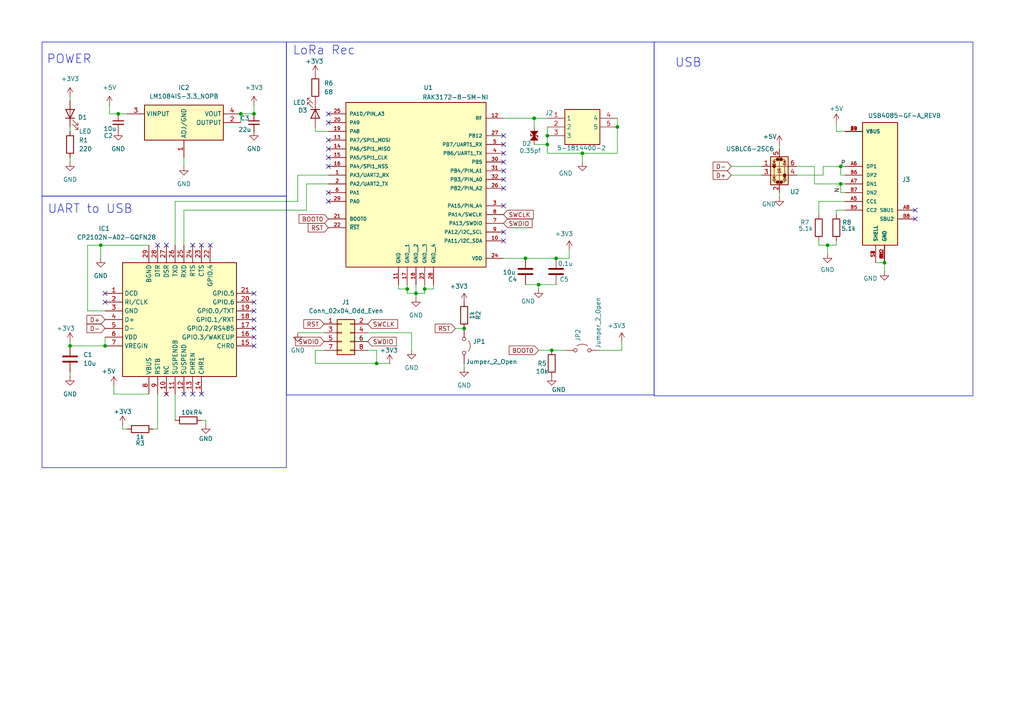
<source format=kicad_sch>
(kicad_sch (version 20250114) (generator "eeschema") (generator_version "9.0")
  (paper "A4")
  (lib_symbols
    (symbol "Connector_Generic:Conn_02x04_Odd_Even" (pin_names (offset 1.016) (hide yes))
      (property "Reference" "J" (at 1.27 5.08 0))
      (property "Value" "Conn_02x04_Odd_Even" (at 1.27 -7.62 0))
      (symbol "Conn_02x04_Odd_Even_1_1"
        (rectangle (start -1.27 3.81) (end 3.81 -6.35) (stroke (width 0.254)) (fill (type background)))
        (rectangle (start -1.27 2.667) (end 0 2.413) (stroke (width 0.1524)))
        (rectangle (start -1.27 0.127) (end 0 -0.127) (stroke (width 0.1524)))
        (rectangle (start -1.27 -2.413) (end 0 -2.667) (stroke (width 0.1524)))
        (rectangle (start -1.27 -4.953) (end 0 -5.207) (stroke (width 0.1524)))
        (rectangle (start 3.81 2.667) (end 2.54 2.413) (stroke (width 0.1524)))
        (rectangle (start 3.81 0.127) (end 2.54 -0.127) (stroke (width 0.1524)))
        (rectangle (start 3.81 -2.413) (end 2.54 -2.667) (stroke (width 0.1524)))
        (rectangle (start 3.81 -4.953) (end 2.54 -5.207) (stroke (width 0.1524)))
        (pin passive line (at -5.08 2.54 0) (length 3.81) (name "Pin_1") (number "1"))
        (pin passive line (at -5.08 0 0) (length 3.81) (name "Pin_3") (number "3"))
        (pin passive line (at -5.08 -2.54 0) (length 3.81) (name "Pin_5") (number "5"))
        (pin passive line (at -5.08 -5.08 0) (length 3.81) (name "Pin_7") (number "7"))
        (pin passive line (at 7.62 2.54 180) (length 3.81) (name "Pin_2") (number "2"))
        (pin passive line (at 7.62 0 180) (length 3.81) (name "Pin_4") (number "4"))
        (pin passive line (at 7.62 -2.54 180) (length 3.81) (name "Pin_6") (number "6"))
        (pin passive line (at 7.62 -5.08 180) (length 3.81) (name "Pin_8") (number "8"))
      )
    )
    (symbol "Device:C" (pin_numbers (hide yes)) (pin_names (offset 0.254))
      (property "Reference" "C" (at 0.635 2.54 0))
      (property "Value" "C" (at 0.635 -2.54 0))
      (symbol "C_0_1"
        (polyline (pts (xy -2.032 0.762) (xy 2.032 0.762)) (stroke (width 0.508)))
        (polyline (pts (xy -2.032 -0.762) (xy 2.032 -0.762)) (stroke (width 0.508)))
      )
      (symbol "C_1_1"
        (pin passive line (at 0 3.81 270) (length 2.794) (name "~") (number "1"))
        (pin passive line (at 0 -3.81 90) (length 2.794) (name "~") (number "2"))
      )
    )
    (symbol "Device:D_TVS_Small_Filled" (pin_numbers (hide yes)) (pin_names (offset 1.016) (hide yes))
      (property "Reference" "D" (at 0 2.54 0))
      (property "Value" "D_TVS_Small_Filled" (at 0 -2.54 0))
      (symbol "D_TVS_Small_Filled_0_1"
        (polyline (pts (xy -1.27 0) (xy 1.27 0)))
        (polyline (pts (xy 0.508 1.016) (xy 0 1.016) (xy 0 -1.016) (xy -0.508 -1.016)) (stroke (width 0.254)))
      )
      (symbol "D_TVS_Small_Filled_1_1"
        (polyline (pts (xy -1.27 1.016) (xy -1.27 -1.016) (xy 0 0) (xy -1.27 1.016)) (stroke (width 0.254)) (fill (type outline)))
        (polyline (pts (xy 0 0) (xy 1.27 1.016) (xy 1.27 -1.016) (xy 0 0)) (stroke (width 0.254)) (fill (type outline)))
        (pin passive line (at -2.54 0 0) (length 1.27) (name "A1") (number "1"))
        (pin passive line (at 2.54 0 180) (length 1.27) (name "A2") (number "2"))
      )
    )
    (symbol "Jumper:Jumper_2_Open" (pin_numbers (hide yes)) (pin_names (offset 0) (hide yes))
      (property "Reference" "JP" (at 0 2.794 0))
      (property "Value" "Jumper_2_Open" (at 0 -2.286 0))
      (symbol "Jumper_2_Open_0_0"
        (circle (center -2.032 0) (radius 0.508))
        (circle (center 2.032 0) (radius 0.508))
      )
      (symbol "Jumper_2_Open_0_1"
        (arc (start -1.524 1.27) (mid 0 1.778) (end 1.524 1.27))
      )
      (symbol "Jumper_2_Open_1_1"
        (pin passive line (at -5.08 0 0) (length 2.54) (name "A") (number "1"))
        (pin passive line (at 5.08 0 180) (length 2.54) (name "B") (number "2"))
      )
    )
    (symbol "Library:+3V3" (power) (pin_numbers (hide yes)) (pin_names (offset 0) (hide yes))
      (property "Value" "+3V3" (at 0 3.556 0))
      (symbol "+3V3_0_1"
        (polyline (pts (xy -0.762 1.27) (xy 0 2.54)))
        (polyline (pts (xy 0 2.54) (xy 0.762 1.27)))
        (polyline (pts (xy 0 0) (xy 0 2.54)))
      )
      (symbol "+3V3_1_1"
        (pin power_in line (at 0 0 90) (length 0) (name "~") (number "1"))
      )
    )
    (symbol "Library:+5V" (power) (pin_numbers (hide yes)) (pin_names (offset 0) (hide yes))
      (property "Value" "+5V" (at 0 3.556 0))
      (symbol "+5V_0_1"
        (polyline (pts (xy -0.762 1.27) (xy 0 2.54)))
        (polyline (pts (xy 0 2.54) (xy 0.762 1.27)))
        (polyline (pts (xy 0 0) (xy 0 2.54)))
      )
      (symbol "+5V_1_1"
        (pin power_in line (at 0 0 90) (length 0) (name "~") (number "1"))
      )
    )
    (symbol "Library:5-1814400-2"
      (property "Reference" "J" (at 16.51 7.62 0))
      (property "Value" "5-1814400-2" (at 16.51 5.08 0))
      (symbol "5-1814400-2_1_1"
        (rectangle (start 5.08 2.54) (end 15.24 -7.62) (stroke (width 0.254)) (fill (type background)))
        (pin passive line (at 0 0 0) (length 5.08) (name "1") (number "1"))
        (pin passive line (at 0 -2.54 0) (length 5.08) (name "2") (number "2"))
        (pin passive line (at 0 -5.08 0) (length 5.08) (name "3") (number "3"))
        (pin passive line (at 20.32 0 180) (length 5.08) (name "4") (number "4"))
        (pin passive line (at 20.32 -2.54 180) (length 5.08) (name "5") (number "5"))
      )
    )
    (symbol "Library:C" (pin_numbers (hide yes)) (pin_names (offset 0.254))
      (property "Reference" "C" (at 0.635 2.54 0))
      (property "Value" "C" (at 0.635 -2.54 0))
      (symbol "C_0_1"
        (polyline (pts (xy -2.032 0.762) (xy 2.032 0.762)) (stroke (width 0.508)))
        (polyline (pts (xy -2.032 -0.762) (xy 2.032 -0.762)) (stroke (width 0.508)))
      )
      (symbol "C_1_1"
        (pin passive line (at 0 3.81 270) (length 2.794) (name "~") (number "1"))
        (pin passive line (at 0 -3.81 90) (length 2.794) (name "~") (number "2"))
      )
    )
    (symbol "Library:C_Small" (pin_numbers (hide yes)) (pin_names (offset 0.254) (hide yes))
      (property "Reference" "C" (at 0.254 1.778 0))
      (property "Value" "C_Small" (at 0.254 -2.032 0))
      (symbol "C_Small_0_1"
        (polyline (pts (xy -1.524 0.508) (xy 1.524 0.508)) (stroke (width 0.3048)))
        (polyline (pts (xy -1.524 -0.508) (xy 1.524 -0.508)) (stroke (width 0.3302)))
      )
      (symbol "C_Small_1_1"
        (pin passive line (at 0 2.54 270) (length 2.032) (name "~") (number "1"))
        (pin passive line (at 0 -2.54 90) (length 2.032) (name "~") (number "2"))
      )
    )
    (symbol "Library:GND" (power) (pin_numbers (hide yes)) (pin_names (offset 0) (hide yes))
      (property "Value" "GND" (at 0 -3.81 0))
      (symbol "GND_0_1"
        (polyline (pts (xy 0 0) (xy 0 -1.27) (xy 1.27 -1.27) (xy 0 -2.54) (xy -1.27 -1.27) (xy 0 -1.27)))
      )
      (symbol "GND_1_1"
        (pin power_in line (at 0 0 270) (length 0) (name "~") (number "1"))
      )
    )
    (symbol "Library:LED" (pin_numbers (hide yes)) (pin_names (offset 1.016) (hide yes))
      (property "Reference" "D" (at 0 2.54 0))
      (property "Value" "LED" (at 0 -2.54 0))
      (symbol "LED_0_1"
        (polyline (pts (xy -3.048 -0.762) (xy -4.572 -2.286) (xy -3.81 -2.286) (xy -4.572 -2.286) (xy -4.572 -1.524)))
        (polyline (pts (xy -1.778 -0.762) (xy -3.302 -2.286) (xy -2.54 -2.286) (xy -3.302 -2.286) (xy -3.302 -1.524)))
        (polyline (pts (xy -1.27 0) (xy 1.27 0)))
        (polyline (pts (xy -1.27 -1.27) (xy -1.27 1.27)) (stroke (width 0.254)))
        (polyline (pts (xy 1.27 -1.27) (xy 1.27 1.27) (xy -1.27 0) (xy 1.27 -1.27)) (stroke (width 0.254)))
      )
      (symbol "LED_1_1"
        (pin passive line (at -3.81 0 0) (length 2.54) (name "K") (number "1"))
        (pin passive line (at 3.81 0 180) (length 2.54) (name "A") (number "2"))
      )
    )
    (symbol "Library:R" (pin_numbers (hide yes)) (pin_names (offset 0))
      (property "Reference" "R" (at 2.032 0 90))
      (property "Value" "R" (at 0 0 90))
      (symbol "R_0_1"
        (rectangle (start -1.016 -2.54) (end 1.016 2.54) (stroke (width 0.254)))
      )
      (symbol "R_1_1"
        (pin passive line (at 0 3.81 270) (length 1.27) (name "~") (number "1"))
        (pin passive line (at 0 -3.81 90) (length 1.27) (name "~") (number "2"))
      )
    )
    (symbol "Library:USB4085-GF-A_REVB" (pin_names (offset 1.016))
      (property "Reference" "J2" (at 6.35 1.2701 0))
      (property "Value" "USB4085-GF-A_REVB" (at 6.35 -1.2699 0))
      (symbol "USB4085-GF-A_REVB_0_0"
        (rectangle (start -5.08 -17.78) (end 5.08 17.78) (stroke (width 0.254)) (fill (type background)))
        (pin power_in line (at -10.16 15.24 0) (length 5.08) (name "VBUS") (number "A4"))
        (pin power_in line (at -10.16 15.24 0) (length 5.08) (name "VBUS") (number "A9"))
        (pin power_in line (at -10.16 15.24 0) (length 5.08) (name "VBUS") (number "B4"))
        (pin power_in line (at -10.16 15.24 0) (length 5.08) (name "VBUS") (number "B9"))
        (pin bidirectional line (at -10.16 5.08 0) (length 5.08) (name "DP1") (number "A6"))
        (pin bidirectional line (at -10.16 2.54 0) (length 5.08) (name "DP2") (number "B6"))
        (pin bidirectional line (at -10.16 0 0) (length 5.08) (name "DN1") (number "A7"))
        (pin bidirectional line (at -10.16 -2.54 0) (length 5.08) (name "DN2") (number "B7"))
        (pin bidirectional line (at -10.16 -5.08 0) (length 5.08) (name "CC1") (number "A5"))
        (pin bidirectional line (at -10.16 -7.62 0) (length 5.08) (name "CC2") (number "B5"))
        (pin passive line (at -1.27 -22.86 90) (length 5.08) (name "SHELL") (number "S1"))
        (pin passive line (at -1.27 -22.86 90) (length 5.08) (name "SHELL") (number "S2"))
        (pin passive line (at -1.27 -22.86 90) (length 5.08) (name "SHELL") (number "S3"))
        (pin passive line (at -1.27 -22.86 90) (length 5.08) (name "SHELL") (number "S4"))
        (pin power_in line (at 1.27 -22.86 90) (length 5.08) (name "GND") (number "A1"))
        (pin power_in line (at 1.27 -22.86 90) (length 5.08) (name "GND") (number "A12"))
        (pin power_in line (at 1.27 -22.86 90) (length 5.08) (name "GND") (number "B1"))
        (pin power_in line (at 1.27 -22.86 90) (length 5.08) (name "GND") (number "B12"))
        (pin bidirectional line (at 10.16 -7.62 180) (length 5.08) (name "SBU1") (number "A8"))
        (pin bidirectional line (at 10.16 -10.16 180) (length 5.08) (name "SBU2") (number "B8"))
      )
    )
    (symbol "Library:USBLC6-2SC6" (pin_names (hide yes))
      (property "Reference" "U" (at 0.635 5.715 0))
      (property "Value" "USBLC6-2SC6" (at 0.635 3.81 0))
      (symbol "USBLC6-2SC6_0_0"
        (circle (center -1.524 0) (radius 0.0001) (stroke (width 0.508)))
        (circle (center -0.508 2.032) (radius 0.0001) (stroke (width 0.508)))
        (circle (center -0.508 -4.572) (radius 0.0001) (stroke (width 0.508)))
        (circle (center 0.508 2.032) (radius 0.0001) (stroke (width 0.508)))
        (circle (center 0.508 -4.572) (radius 0.0001) (stroke (width 0.508)))
        (circle (center 1.524 -2.54) (radius 0.0001) (stroke (width 0.508)))
      )
      (symbol "USBLC6-2SC6_0_1"
        (polyline (pts (xy -2.54 0) (xy 2.54 0)))
        (polyline (pts (xy -2.54 -2.54) (xy 2.54 -2.54)))
        (polyline (pts (xy -2.032 0.508) (xy -1.016 0.508) (xy -1.524 1.524) (xy -2.032 0.508)))
        (polyline (pts (xy -2.032 -3.048) (xy -1.016 -3.048)))
        (polyline (pts (xy -1.016 1.524) (xy -2.032 1.524)))
        (polyline (pts (xy -1.016 -4.064) (xy -2.032 -4.064) (xy -1.524 -3.048) (xy -1.016 -4.064)))
        (polyline (pts (xy -0.508 -1.143) (xy -0.508 -0.762) (xy 0.508 -0.762)))
        (polyline (pts (xy 0 2.54) (xy -0.508 2.032) (xy 0.508 2.032) (xy 0 1.524) (xy 0 -4.064) (xy -0.508 -4.572) (xy 0.508 -4.572) (xy 0 -5.08)))
        (polyline (pts (xy 0.508 -1.778) (xy -0.508 -1.778) (xy 0 -0.762) (xy 0.508 -1.778)))
        (polyline (pts (xy 1.016 1.524) (xy 2.032 1.524)))
        (polyline (pts (xy 1.016 -3.048) (xy 2.032 -3.048)))
        (polyline (pts (xy 2.032 0.508) (xy 1.016 0.508) (xy 1.524 1.524) (xy 2.032 0.508)))
        (polyline (pts (xy 2.032 -4.064) (xy 1.016 -4.064) (xy 1.524 -3.048) (xy 2.032 -4.064)))
      )
      (symbol "USBLC6-2SC6_1_1"
        (rectangle (start -2.54 2.794) (end 2.54 -5.334) (stroke (width 0.254)) (fill (type background)))
        (polyline (pts (xy -0.508 2.032) (xy -1.524 2.032) (xy -1.524 -4.572) (xy -0.508 -4.572)))
        (polyline (pts (xy 0.508 -4.572) (xy 1.524 -4.572) (xy 1.524 2.032) (xy 0.508 2.032)))
        (pin passive line (at -5.08 0 0) (length 2.54) (name "I/O1") (number "1"))
        (pin passive line (at -5.08 -2.54 0) (length 2.54) (name "I/O2") (number "3"))
        (pin passive line (at 0 5.08 270) (length 2.54) (name "VBUS") (number "5"))
        (pin passive line (at 0 -7.62 90) (length 2.54) (name "GND") (number "2"))
        (pin passive line (at 5.08 0 180) (length 2.54) (name "I/O1") (number "6"))
        (pin passive line (at 5.08 -2.54 180) (length 2.54) (name "I/O2") (number "4"))
      )
    )
    (symbol "RAK3172-8-SM-NI:RAK3172-8-SM-NI" (pin_names (offset 1.016))
      (property "Reference" "U6" (at 0 27.178 0))
      (property "Value" "RAK3172-8-SM-NI" (at 0 29.718 0))
      (symbol "RAK3172-8-SM-NI_0_0"
        (rectangle (start -20.32 25.4) (end 20.32 -22.352) (stroke (width 0.254)) (fill (type background)))
        (pin input line (at -25.4 13.97 0) (length 5.08) (name "~{RST}") (number "22"))
        (pin input line (at -25.4 11.43 0) (length 5.08) (name "BOOT0") (number "21"))
        (pin bidirectional line (at -25.4 6.35 0) (length 5.08) (name "PA0") (number "29"))
        (pin bidirectional line (at -25.4 3.81 0) (length 5.08) (name "PA1") (number "6"))
        (pin bidirectional line (at -25.4 1.27 0) (length 5.08) (name "PA2/UART2_TX") (number "2"))
        (pin bidirectional line (at -25.4 -1.27 0) (length 5.08) (name "PA3/UART2_RX") (number "1"))
        (pin bidirectional line (at -25.4 -3.81 0) (length 5.08) (name "PA4/SPI1_NSS") (number "16"))
        (pin bidirectional line (at -25.4 -6.35 0) (length 5.08) (name "PA5/SPI1_CLK") (number "15"))
        (pin bidirectional line (at -25.4 -8.89 0) (length 5.08) (name "PA6/SPI1_MISO") (number "14"))
        (pin bidirectional line (at -25.4 -11.43 0) (length 5.08) (name "PA7/SPI1_MOSI") (number "13"))
        (pin bidirectional line (at -25.4 -13.97 0) (length 5.08) (name "PA8") (number "19"))
        (pin bidirectional line (at -25.4 -16.51 0) (length 5.08) (name "PA9") (number "20"))
        (pin bidirectional line (at -25.4 -19.05 0) (length 5.08) (name "PA10/PIN_A3") (number "25"))
        (pin power_in line (at -5.08 30.48 270) (length 5.08) (name "GND") (number "11"))
        (pin power_in line (at -2.54 30.48 270) (length 5.08) (name "GND__1") (number "17"))
        (pin power_in line (at 0 30.48 270) (length 5.08) (name "GND__2") (number "18"))
        (pin power_in line (at 2.54 30.48 270) (length 5.08) (name "GND__3") (number "23"))
        (pin power_in line (at 5.08 30.48 270) (length 5.08) (name "GND__4") (number "28"))
        (pin power_in line (at 25.4 22.86 180) (length 5.08) (name "VDD") (number "24"))
        (pin bidirectional line (at 25.4 17.78 180) (length 5.08) (name "PA11/I2C_SDA") (number "10"))
        (pin bidirectional line (at 25.4 15.24 180) (length 5.08) (name "PA12/I2C_SCL") (number "9"))
        (pin bidirectional line (at 25.4 12.7 180) (length 5.08) (name "PA13/SWDIO") (number "7"))
        (pin bidirectional line (at 25.4 10.16 180) (length 5.08) (name "PA14/SWCLK") (number "8"))
        (pin bidirectional line (at 25.4 7.62 180) (length 5.08) (name "PA15/PIN_A4") (number "3"))
        (pin bidirectional line (at 25.4 2.54 180) (length 5.08) (name "PB2/PIN_A2") (number "26"))
        (pin bidirectional line (at 25.4 0 180) (length 5.08) (name "PB3/PIN_A0") (number "32"))
        (pin bidirectional line (at 25.4 -2.54 180) (length 5.08) (name "PB4/PIN_A1") (number "31"))
        (pin bidirectional line (at 25.4 -5.08 180) (length 5.08) (name "PB5") (number "30"))
        (pin bidirectional line (at 25.4 -7.62 180) (length 5.08) (name "PB6/UART1_TX") (number "4"))
        (pin bidirectional line (at 25.4 -10.16 180) (length 5.08) (name "PB7/UART1_RX") (number "5"))
        (pin bidirectional line (at 25.4 -12.7 180) (length 5.08) (name "PB12") (number "27"))
        (pin bidirectional line (at 25.4 -17.78 180) (length 5.08) (name "RF") (number "12"))
      )
    )
    (symbol "SamacSys_Parts:CP2102N-A02-GQFN28"
      (property "Reference" "IC2" (at 50.8 6.4202 0))
      (property "Value" "CP2102N-A02-GQFN28" (at 50.8 3.8802 0))
      (symbol "CP2102N-A02-GQFN28_1_1"
        (rectangle (start 5.08 8.89) (end 38.1 -24.13) (stroke (width 0.254)) (fill (type background)))
        (pin input line (at 0 0 0) (length 5.08) (name "DCD") (number "1"))
        (pin bidirectional line (at 0 -2.54 0) (length 5.08) (name "RI/CLK") (number "2"))
        (pin power_in line (at 0 -5.08 0) (length 5.08) (name "GND") (number "3"))
        (pin bidirectional line (at 0 -7.62 0) (length 5.08) (name "D+") (number "4"))
        (pin bidirectional line (at 0 -10.16 0) (length 5.08) (name "D-") (number "5"))
        (pin power_in line (at 0 -12.7 0) (length 5.08) (name "VDD") (number "6"))
        (pin power_in line (at 0 -15.24 0) (length 5.08) (name "VREGIN") (number "7"))
        (pin power_in line (at 12.7 13.97 270) (length 5.08) (name "BGND") (number "29"))
        (pin input line (at 12.7 -29.21 90) (length 5.08) (name "VBUS") (number "8"))
        (pin output line (at 15.24 13.97 270) (length 5.08) (name "DTR") (number "28"))
        (pin input line (at 15.24 -29.21 90) (length 5.08) (name "RSTB") (number "9"))
        (pin input line (at 17.78 13.97 270) (length 5.08) (name "DSR") (number "27"))
        (pin no_connect line (at 17.78 -29.21 90) (length 5.08) (name "NC") (number "10"))
        (pin output line (at 20.32 13.97 270) (length 5.08) (name "TXD") (number "26"))
        (pin output line (at 20.32 -29.21 90) (length 5.08) (name "SUSPENDB") (number "11"))
        (pin input line (at 22.86 13.97 270) (length 5.08) (name "RXD") (number "25"))
        (pin output line (at 22.86 -29.21 90) (length 5.08) (name "SUSPEND") (number "12"))
        (pin output line (at 25.4 13.97 270) (length 5.08) (name "RTS") (number "24"))
        (pin output line (at 25.4 -29.21 90) (length 5.08) (name "CHREN") (number "13"))
        (pin input line (at 27.94 13.97 270) (length 5.08) (name "CTS") (number "23"))
        (pin output line (at 27.94 -29.21 90) (length 5.08) (name "CHR1") (number "14"))
        (pin bidirectional line (at 30.48 13.97 270) (length 5.08) (name "GPIO.4") (number "22"))
        (pin bidirectional line (at 43.18 0 180) (length 5.08) (name "GPIO.5") (number "21"))
        (pin bidirectional line (at 43.18 -2.54 180) (length 5.08) (name "GPIO.6") (number "20"))
        (pin bidirectional line (at 43.18 -5.08 180) (length 5.08) (name "GPIO.0/TXT") (number "19"))
        (pin bidirectional line (at 43.18 -7.62 180) (length 5.08) (name "GPIO.1/RXT") (number "18"))
        (pin bidirectional line (at 43.18 -10.16 180) (length 5.08) (name "GPIO.2/RS485") (number "17"))
        (pin bidirectional line (at 43.18 -12.7 180) (length 5.08) (name "GPIO.3/WAKEUP") (number "16"))
        (pin output line (at 43.18 -15.24 180) (length 5.08) (name "CHR0") (number "15"))
      )
    )
    (symbol "SamacSys_Parts:LM1084IS-3.3_NOPB"
      (property "Reference" "IC1" (at 16.51 7.62 0))
      (property "Value" "LM1084IS-3.3_NOPB" (at 16.51 5.08 0))
      (symbol "LM1084IS-3.3_NOPB_1_1"
        (rectangle (start 5.08 2.54) (end 27.94 -7.62) (stroke (width 0.254)) (fill (type background)))
        (pin input line (at 0 0 0) (length 5.08) (name "VINPUT") (number "3"))
        (pin power_in line (at 16.51 -12.7 90) (length 5.08) (name "ADJ/GND") (number "1"))
        (pin output line (at 33.02 0 180) (length 5.08) (name "VOUT") (number "4"))
        (pin output line (at 33.02 -2.54 180) (length 5.08) (name "OUTPUT") (number "2"))
      )
    )
    (symbol "power:+3V3" (power) (pin_numbers (hide yes)) (pin_names (offset 0) (hide yes))
      (property "Value" "+3V3" (at 0 3.556 0))
      (symbol "+3V3_0_1"
        (polyline (pts (xy -0.762 1.27) (xy 0 2.54)))
        (polyline (pts (xy 0 2.54) (xy 0.762 1.27)))
        (polyline (pts (xy 0 0) (xy 0 2.54)))
      )
      (symbol "+3V3_1_1"
        (pin power_in line (at 0 0 90) (length 0) (name "~") (number "1"))
      )
    )
    (symbol "power:+5V" (power) (pin_numbers (hide yes)) (pin_names (offset 0) (hide yes))
      (property "Value" "+5V" (at 0 3.556 0))
      (symbol "+5V_0_1"
        (polyline (pts (xy -0.762 1.27) (xy 0 2.54)))
        (polyline (pts (xy 0 2.54) (xy 0.762 1.27)))
        (polyline (pts (xy 0 0) (xy 0 2.54)))
      )
      (symbol "+5V_1_1"
        (pin power_in line (at 0 0 90) (length 0) (name "~") (number "1"))
      )
    )
    (symbol "power:GND" (power) (pin_numbers (hide yes)) (pin_names (offset 0) (hide yes))
      (property "Value" "GND" (at 0 -3.81 0))
      (symbol "GND_0_1"
        (polyline (pts (xy 0 0) (xy 0 -1.27) (xy 1.27 -1.27) (xy 0 -2.54) (xy -1.27 -1.27) (xy 0 -1.27)))
      )
      (symbol "GND_1_1"
        (pin power_in line (at 0 0 270) (length 0) (name "~") (number "1"))
      )
    )
  )
  (rectangle (start 83.058 12.192) (end 189.738 114.554))
  (rectangle (start 189.738 12.192) (end 282.194 114.808))
  (rectangle (start 12.192 56.896) (end 83.058 135.636))
  (rectangle (start 12.192 12.192) (end 83.058 56.896))
  (text "POWER" (at 20.066 17.272 0) (effects (font (size 2.54 2.54))))
  (text "UART to USB" (at 26.162 60.706 0) (effects (font (size 2.54 2.54))))
  (text "LoRa Rec" (at 93.98 14.732 0) (effects (font (size 2.54 2.54))))
  (text "USB" (at 199.644 18.288 0) (effects (font (size 2.54 2.54))))
  (junction (at 240.03 71.12))
  (junction (at 118.11 83.82))
  (junction (at 160.02 101.6))
  (junction (at 158.75 41.91))
  (junction (at 256.54 76.2))
  (junction (at 156.21 82.55))
  (junction (at 243.84 53.34))
  (junction (at 154.94 34.29))
  (junction (at 243.84 48.26))
  (junction (at 158.75 39.37))
  (junction (at 30.48 100.33))
  (junction (at 34.29 33.02))
  (junction (at 69.85 33.02))
  (junction (at 152.4 74.93))
  (junction (at 123.19 83.82))
  (junction (at 134.62 95.25))
  (junction (at 168.91 44.45))
  (junction (at 120.65 85.09))
  (junction (at 109.22 105.41))
  (junction (at 161.29 74.93))
  (junction (at 20.32 100.33))
  (junction (at 29.21 71.12))
  (junction (at 179.07 36.83))
  (junction (at 73.66 33.02))
  (no_connect (at 95.25 48.26))
  (no_connect (at 53.34 114.3))
  (no_connect (at 95.25 58.42))
  (no_connect (at 95.25 35.56))
  (no_connect (at 30.48 87.63))
  (no_connect (at 146.05 49.53))
  (no_connect (at 73.66 90.17))
  (no_connect (at 48.26 114.3))
  (no_connect (at 48.26 71.12))
  (no_connect (at 146.05 54.61))
  (no_connect (at 73.66 97.79))
  (no_connect (at 73.66 92.71))
  (no_connect (at 146.05 69.85))
  (no_connect (at 95.25 33.02))
  (no_connect (at 265.43 63.5))
  (no_connect (at 73.66 87.63))
  (no_connect (at 95.25 45.72))
  (no_connect (at 146.05 39.37))
  (no_connect (at 30.48 85.09))
  (no_connect (at 265.43 60.96))
  (no_connect (at 45.72 71.12))
  (no_connect (at 146.05 52.07))
  (no_connect (at 146.05 59.69))
  (no_connect (at 95.25 40.64))
  (no_connect (at 55.88 114.3))
  (no_connect (at 146.05 41.91))
  (no_connect (at 146.05 46.99))
  (no_connect (at 95.25 43.18))
  (no_connect (at 146.05 67.31))
  (no_connect (at 73.66 85.09))
  (no_connect (at 73.66 100.33))
  (no_connect (at 95.25 55.88))
  (no_connect (at 58.42 114.3))
  (no_connect (at 73.66 95.25))
  (no_connect (at 55.88 71.12))
  (no_connect (at 58.42 71.12))
  (no_connect (at 60.96 71.12))
  (no_connect (at 146.05 44.45))
  (wire (pts (xy 69.85 33.02) (xy 69.85 35.56)))
  (wire (pts (xy 109.22 105.41) (xy 91.44 105.41)))
  (wire (pts (xy 146.05 34.29) (xy 154.94 34.29)))
  (wire (pts (xy 25.4 71.12) (xy 29.21 71.12)))
  (wire (pts (xy 156.21 83.82) (xy 156.21 82.55)))
  (wire (pts (xy 242.57 60.96) (xy 245.11 60.96)))
  (wire (pts (xy 25.4 90.17) (xy 25.4 71.12)))
  (wire (pts (xy 88.9 53.34) (xy 95.25 53.34)))
  (wire (pts (xy 106.68 96.52) (xy 119.38 96.52)))
  (wire (pts (xy 86.36 96.52) (xy 93.98 96.52)))
  (wire (pts (xy 88.9 60.96) (xy 88.9 53.34)))
  (wire (pts (xy 226.06 55.88) (xy 226.06 57.15)))
  (wire (pts (xy 115.57 83.82) (xy 118.11 83.82)))
  (wire (pts (xy 154.94 41.91) (xy 158.75 41.91)))
  (wire (pts (xy 146.05 74.93) (xy 152.4 74.93)))
  (wire (pts (xy 242.57 69.85) (xy 242.57 71.12)))
  (wire (pts (xy 91.44 101.6) (xy 93.98 101.6)))
  (wire (pts (xy 132.08 95.25) (xy 134.62 95.25)))
  (wire (pts (xy 154.94 34.29) (xy 158.75 34.29)))
  (wire (pts (xy 120.65 82.55) (xy 120.65 85.09)))
  (wire (pts (xy 29.21 71.12) (xy 29.21 74.93)))
  (wire (pts (xy 179.07 36.83) (xy 179.07 44.45)))
  (wire (pts (xy 120.65 86.36) (xy 120.65 85.09)))
  (wire (pts (xy 243.84 48.26) (xy 238.76 48.26)))
  (wire (pts (xy 59.69 121.92) (xy 59.69 123.19)))
  (wire (pts (xy 237.49 58.42) (xy 237.49 62.23)))
  (wire (pts (xy 123.19 85.09) (xy 123.19 83.82)))
  (wire (pts (xy 30.48 100.33) (xy 20.32 100.33)))
  (wire (pts (xy 165.1 74.93) (xy 165.1 72.39)))
  (wire (pts (xy 53.34 45.72) (xy 53.34 48.26)))
  (wire (pts (xy 243.84 55.88) (xy 245.11 55.88)))
  (wire (pts (xy 43.18 114.3) (xy 33.02 114.3)))
  (wire (pts (xy 237.49 69.85) (xy 237.49 71.12)))
  (wire (pts (xy 43.18 71.12) (xy 29.21 71.12)))
  (wire (pts (xy 156.21 82.55) (xy 161.29 82.55)))
  (wire (pts (xy 119.38 96.52) (xy 119.38 101.6)))
  (wire (pts (xy 240.03 73.66) (xy 240.03 71.12)))
  (wire (pts (xy 168.91 44.45) (xy 179.07 44.45)))
  (wire (pts (xy 115.57 83.82) (xy 115.57 82.55)))
  (wire (pts (xy 256.54 76.2) (xy 256.54 78.74)))
  (wire (pts (xy 35.56 123.19) (xy 35.56 124.46)))
  (wire (pts (xy 53.34 60.96) (xy 88.9 60.96)))
  (wire (pts (xy 238.76 48.26) (xy 238.76 50.8)))
  (wire (pts (xy 123.19 82.55) (xy 123.19 83.82)))
  (wire (pts (xy 45.72 114.3) (xy 45.72 124.46)))
  (wire (pts (xy 34.29 33.02) (xy 31.75 33.02)))
  (wire (pts (xy 173.99 101.6) (xy 180.34 101.6)))
  (wire (pts (xy 91.44 101.6) (xy 91.44 105.41)))
  (wire (pts (xy 123.19 83.82) (xy 125.73 83.82)))
  (wire (pts (xy 30.48 97.79) (xy 30.48 100.33)))
  (wire (pts (xy 237.49 71.12) (xy 240.03 71.12)))
  (wire (pts (xy 160.02 101.6) (xy 163.83 101.6)))
  (wire (pts (xy 50.8 58.42) (xy 50.8 71.12)))
  (wire (pts (xy 236.22 48.26) (xy 231.14 48.26)))
  (wire (pts (xy 226.06 41.91) (xy 226.06 43.18)))
  (wire (pts (xy 158.75 39.37) (xy 158.75 41.91)))
  (wire (pts (xy 20.32 27.94) (xy 20.32 29.21)))
  (wire (pts (xy 50.8 114.3) (xy 50.8 121.92)))
  (wire (pts (xy 109.22 101.6) (xy 109.22 105.41)))
  (wire (pts (xy 106.68 101.6) (xy 109.22 101.6)))
  (wire (pts (xy 212.09 50.8) (xy 220.98 50.8)))
  (wire (pts (xy 242.57 38.1) (xy 245.11 38.1)))
  (wire (pts (xy 242.57 35.56) (xy 242.57 38.1)))
  (wire (pts (xy 50.8 58.42) (xy 86.36 58.42)))
  (wire (pts (xy 118.11 85.09) (xy 120.65 85.09)))
  (wire (pts (xy 212.09 48.26) (xy 220.98 48.26)))
  (wire (pts (xy 243.84 50.8) (xy 245.11 50.8)))
  (wire (pts (xy 158.75 36.83) (xy 158.75 39.37)))
  (wire (pts (xy 243.84 55.88) (xy 243.84 53.34)))
  (wire (pts (xy 95.25 38.1) (xy 91.44 38.1)))
  (wire (pts (xy 158.75 41.91) (xy 158.75 44.45)))
  (wire (pts (xy 243.84 48.26) (xy 243.84 50.8)))
  (wire (pts (xy 236.22 53.34) (xy 236.22 48.26)))
  (wire (pts (xy 240.03 71.12) (xy 242.57 71.12)))
  (wire (pts (xy 30.48 90.17) (xy 25.4 90.17)))
  (wire (pts (xy 86.36 50.8) (xy 95.25 50.8)))
  (wire (pts (xy 120.65 85.09) (xy 123.19 85.09)))
  (wire (pts (xy 180.34 99.06) (xy 180.34 101.6)))
  (wire (pts (xy 20.32 100.33) (xy 20.32 99.06)))
  (wire (pts (xy 254 76.2) (xy 256.54 76.2)))
  (wire (pts (xy 152.4 74.93) (xy 161.29 74.93)))
  (wire (pts (xy 243.84 48.26) (xy 245.11 48.26)))
  (wire (pts (xy 20.32 36.83) (xy 20.32 38.1)))
  (wire (pts (xy 45.72 124.46) (xy 44.45 124.46)))
  (wire (pts (xy 31.75 33.02) (xy 31.75 30.48)))
  (wire (pts (xy 243.84 53.34) (xy 245.11 53.34)))
  (wire (pts (xy 243.84 53.34) (xy 236.22 53.34)))
  (wire (pts (xy 91.44 36.83) (xy 91.44 38.1)))
  (wire (pts (xy 109.22 105.41) (xy 113.03 105.41)))
  (wire (pts (xy 35.56 124.46) (xy 36.83 124.46)))
  (wire (pts (xy 154.94 34.29) (xy 154.94 36.83)))
  (wire (pts (xy 20.32 45.72) (xy 20.32 46.99)))
  (wire (pts (xy 53.34 60.96) (xy 53.34 71.12)))
  (wire (pts (xy 168.91 46.99) (xy 168.91 44.45)))
  (wire (pts (xy 245.11 58.42) (xy 237.49 58.42)))
  (wire (pts (xy 86.36 58.42) (xy 86.36 50.8)))
  (wire (pts (xy 118.11 82.55) (xy 118.11 83.82)))
  (wire (pts (xy 158.75 44.45) (xy 168.91 44.45)))
  (wire (pts (xy 156.21 101.6) (xy 160.02 101.6)))
  (wire (pts (xy 152.4 82.55) (xy 156.21 82.55)))
  (wire (pts (xy 242.57 62.23) (xy 242.57 60.96)))
  (wire (pts (xy 125.73 83.82) (xy 125.73 82.55)))
  (wire (pts (xy 134.62 105.41) (xy 134.62 106.68)))
  (wire (pts (xy 58.42 121.92) (xy 59.69 121.92)))
  (wire (pts (xy 36.83 33.02) (xy 34.29 33.02)))
  (wire (pts (xy 179.07 36.83) (xy 179.07 34.29)))
  (wire (pts (xy 73.66 33.02) (xy 73.66 30.48)))
  (wire (pts (xy 238.76 50.8) (xy 231.14 50.8)))
  (wire (pts (xy 118.11 85.09) (xy 118.11 83.82)))
  (wire (pts (xy 33.02 114.3) (xy 33.02 111.76)))
  (wire (pts (xy 165.1 74.93) (xy 161.29 74.93)))
  (wire (pts (xy 69.85 33.02) (xy 73.66 33.02)))
  (wire (pts (xy 20.32 107.95) (xy 20.32 109.22)))
  (image (at 198.882 173.736) (scale 0.0599291))
  (label "N" (at 243.84 55.88 90))
  (label "P" (at 243.84 48.26 0))
  (global_label "D-" (shape input) (at 30.48 95.25 180) (property "Intersheetrefs" "${INTERSHEET_REFS}" (effects (hide yes))))
  (global_label "SWDIO" (shape input) (at 146.05 64.77 0) (property "Intersheetrefs" "${INTERSHEET_REFS}" (effects (hide yes))))
  (global_label "BOOT0" (shape input) (at 156.21 101.6 180) (property "Intersheetrefs" "${INTERSHEET_REFS}" (effects (hide yes))))
  (global_label "RST" (shape input) (at 93.98 93.98 180) (property "Intersheetrefs" "${INTERSHEET_REFS}" (effects (hide yes))))
  (global_label "D+" (shape input) (at 30.48 92.71 180) (property "Intersheetrefs" "${INTERSHEET_REFS}" (effects (hide yes))))
  (global_label "D+" (shape input) (at 212.09 50.8 180) (property "Intersheetrefs" "${INTERSHEET_REFS}" (effects (hide yes))))
  (global_label "D-" (shape input) (at 212.09 48.26 180) (property "Intersheetrefs" "${INTERSHEET_REFS}" (effects (hide yes))))
  (global_label "RST" (shape input) (at 95.25 66.04 180) (property "Intersheetrefs" "${INTERSHEET_REFS}" (effects (hide yes))))
  (global_label "SWCLK" (shape input) (at 146.05 62.23 0) (property "Intersheetrefs" "${INTERSHEET_REFS}" (effects (hide yes))))
  (global_label "BOOT0" (shape input) (at 95.25 63.5 180) (property "Intersheetrefs" "${INTERSHEET_REFS}" (effects (hide yes))))
  (global_label "SWCLK" (shape input) (at 106.68 93.98 0) (property "Intersheetrefs" "${INTERSHEET_REFS}" (effects (hide yes))))
  (global_label "RST" (shape input) (at 132.08 95.25 180) (property "Intersheetrefs" "${INTERSHEET_REFS}" (effects (hide yes))))
  (global_label "SWDIO" (shape input) (at 106.68 99.06 0) (property "Intersheetrefs" "${INTERSHEET_REFS}" (effects (hide yes))))
  (global_label "SWDIO" (shape input) (at 93.98 99.06 180) (property "Intersheetrefs" "${INTERSHEET_REFS}" (effects (hide yes))))
  (symbol (lib_id "Library:+3V3") (at 20.32 27.94 0) (unit 1)
    (property "Reference" "#PWR03" (effects (hide yes)))
    (property "Value" "+3V3" (at 20.32 22.86 0))
    (property "Description" "Power symbol creates a global label with name \"+3V3\"" (effects (hide yes)))
  )
  (symbol (lib_id "Library:+3V3") (at 180.34 99.06 0) (mirror y) (unit 1)
    (property "Reference" "#PWR011" (effects (hide yes)))
    (property "Value" "+3V3" (at 178.816 94.488 0))
    (property "Description" "Power symbol creates a global label with name \"+3V3\"" (effects (hide yes)))
  )
  (symbol (lib_id "SamacSys_Parts:LM1084IS-3.3_NOPB") (at 36.83 33.02 0) (unit 1)
    (property "Reference" "IC2" (at 53.34 25.4 0))
    (property "Value" "LM1084IS-3.3_NOPB" (at 53.34 27.94 0))
    (property "Footprint" "SamacSys_Parts:TO254P1435X464-4N" (effects (hide yes)))
    (property "Datasheet" "http://www.ti.com/lit/ds/symlink/lm1084.pdf" (effects (hide yes)))
    (property "Description" "5A Fixed / Adjustable Output Linear Regulator" (effects (hide yes)))
    (property "Height" "4.64" (effects (hide yes)))
    (property "Manufacturer_Name" "Texas Instruments" (effects (hide yes)))
    (property "Manufacturer_Part_Number" "LM1084IS-3.3/NOPB" (effects (hide yes)))
    (property "Mouser Part Number" "926-LM1084IS-3.3NOPB" (effects (hide yes)))
    (property "Mouser Price/Stock" "https://www.mouser.co.uk/ProductDetail/Texas-Instruments/LM1084IS-3.3-NOPB?qs=X1J7HmVL2ZFUeOCa1Tl3Aw%3D%3D" (effects (hide yes)))
    (property "Arrow Part Number" "LM1084IS-3.3/NOPB" (effects (hide yes)))
    (property "Arrow Price/Stock" "https://www.arrow.com/en/products/lm1084is-3.3nopb/texas-instruments?utm_currency=USD&region=nac" (effects (hide yes)))
  )
  (symbol (lib_id "Library:R") (at 54.61 121.92 270) (unit 1)
    (property "Reference" "R4" (at 57.404 119.634 90))
    (property "Value" "10k" (at 54.356 119.634 90))
    (property "Footprint" "Resistor_SMD:R_0805_2012Metric_Pad1.20x1.40mm_HandSolder" (effects (hide yes)))
    (property "Description" "Resistor" (effects (hide yes)))
  )
  (symbol (lib_id "Library:USB4085-GF-A_REVB") (at 255.27 53.34 0) (unit 1)
    (property "Reference" "J3" (at 261.62 52.0699 0) (effects (justify left)))
    (property "Value" "USB4085-GF-A_REVB" (at 251.714 33.528 0) (effects (justify left)))
    (property "Footprint" "USB:GCT_USB4085-GF-A_REVB" (effects (hide yes)))
    (property "MF" "Global Connector Technology" (effects (hide yes)))
    (property "MAXIMUM_PACKAGE_HEIGHT" "3.16mm" (effects (hide yes)))
    (property "Package" "None" (effects (hide yes)))
    (property "Price" "None" (effects (hide yes)))
    (property "Check_prices" "https://www.snapeda.com/parts/USB4085-GF-A/Global+Connector+Technology/view-part/?ref=eda" (effects (hide yes)))
    (property "STANDARD" "Manufacturer Recommendations" (effects (hide yes)))
    (property "PARTREV" "B" (effects (hide yes)))
    (property "SnapEDA_Link" "https://www.snapeda.com/parts/USB4085-GF-A/Global+Connector+Technology/view-part/?ref=snap" (effects (hide yes)))
    (property "MP" "USB4085-GF-A" (effects (hide yes)))
    (property "Description_1" "\nUSB-C (USB TYPE-C) USB 2.0 Receptacle Connector 24 (16+8 Dummy) Position Through Hole, Right Angle, low cost, 3.46mm profile, 16 pin, horizontal, Top mount\n" (effects (hide yes)))
    (property "MANUFACTURER" "Global Connector Technology" (effects (hide yes)))
    (property "Availability" "In Stock" (effects (hide yes)))
    (property "SNAPEDA_PN" "USB4085-GF-A" (effects (hide yes)))
  )
  (symbol (lib_id "power:+3V3") (at 73.66 30.48 0) (unit 1)
    (property "Reference" "#PWR014" (effects (hide yes)))
    (property "Value" "+3V3" (at 73.66 25.4 0))
    (property "Description" "Power symbol creates a global label with name \"+3V3\"" (effects (hide yes)))
  )
  (symbol (lib_id "Device:C") (at 20.32 104.14 0) (unit 1)
    (property "Reference" "C1" (at 24.13 102.8699 0) (effects (justify left)))
    (property "Value" "10u" (at 24.13 105.4099 0) (effects (justify left)))
    (property "Footprint" "Capacitor_SMD:C_0805_2012Metric_Pad1.18x1.45mm_HandSolder" (effects (hide yes)))
    (property "Description" "Unpolarized capacitor" (effects (hide yes)))
  )
  (symbol (lib_id "power:+5V") (at 31.75 30.48 0) (unit 1)
    (property "Reference" "#PWR07" (effects (hide yes)))
    (property "Value" "+5V" (at 31.75 25.4 0))
    (property "Description" "Power symbol creates a global label with name \"+5V\"" (effects (hide yes)))
  )
  (symbol (lib_id "Library:USBLC6-2SC6") (at 226.06 48.26 0) (unit 1)
    (property "Reference" "U2" (at 231.902 55.626 0) (effects (justify right)))
    (property "Value" "USBLC6-2SC6" (at 224.536 43.18 0) (effects (justify right)))
    (property "Footprint" "Package_TO_SOT_SMD:SOT-23-6" (effects (hide yes)))
    (property "Datasheet" "https://www.st.com/resource/en/datasheet/usblc6-2.pdf" (effects (hide yes)))
    (property "Description" "Very low capacitance ESD protection diode, 2 data-line, SOT-23-6" (effects (hide yes)))
  )
  (symbol (lib_id "Library:+3V3") (at 113.03 105.41 0) (mirror y) (unit 1)
    (property "Reference" "#PWR017" (effects (hide yes)))
    (property "Value" "+3V3" (at 112.776 101.6 0))
    (property "Description" "Power symbol creates a global label with name \"+3V3\"" (effects (hide yes)))
  )
  (symbol (lib_id "Library:R") (at 91.44 25.4 180) (unit 1)
    (property "Reference" "R6" (at 93.98 24.1299 0) (effects (justify right)))
    (property "Value" "68" (at 93.98 26.6699 0) (effects (justify right)))
    (property "Footprint" "Resistor_SMD:R_0805_2012Metric_Pad1.20x1.40mm_HandSolder" (effects (hide yes)))
    (property "Description" "Resistor" (effects (hide yes)))
  )
  (symbol (lib_id "Library:R") (at 237.49 66.04 180) (unit 1)
    (property "Reference" "R7" (at 233.426 64.516 0))
    (property "Value" "5.1k" (at 233.68 66.294 0))
    (property "Footprint" "Resistor_SMD:R_0402_1005Metric_Pad0.72x0.64mm_HandSolder" (effects (hide yes)))
    (property "Description" "Resistor" (effects (hide yes)))
  )
  (symbol (lib_id "Library:+3V3") (at 165.1 72.39 0) (mirror y) (unit 1)
    (property "Reference" "#PWR021" (effects (hide yes)))
    (property "Value" "+3V3" (at 163.576 67.818 0))
    (property "Description" "Power symbol creates a global label with name \"+3V3\"" (effects (hide yes)))
  )
  (symbol (lib_id "Library:C") (at 161.29 78.74 0) (mirror x) (unit 1)
    (property "Reference" "C5" (at 162.306 81.026 0) (effects (justify left)))
    (property "Value" "0.1u" (at 161.798 76.454 0) (effects (justify left)))
    (property "Footprint" "Capacitor_SMD:C_0201_0603Metric_Pad0.64x0.40mm_HandSolder" (effects (hide yes)))
    (property "Description" "Unpolarized capacitor" (effects (hide yes)))
  )
  (symbol (lib_id "power:+3V3") (at 20.32 99.06 0) (unit 1)
    (property "Reference" "#PWR01" (effects (hide yes)))
    (property "Value" "+3V3" (at 19.05 95.25 0))
    (property "Description" "Power symbol creates a global label with name \"+3V3\"" (effects (hide yes)))
  )
  (symbol (lib_id "power:+5V") (at 33.02 111.76 0) (unit 1)
    (property "Reference" "#PWR06" (effects (hide yes)))
    (property "Value" "+5V" (at 31.496 107.696 0))
    (property "Description" "Power symbol creates a global label with name \"+5V\"" (effects (hide yes)))
  )
  (symbol (lib_id "Library:LED") (at 91.44 33.02 270) (unit 1)
    (property "Reference" "D3" (at 89.154 32.004 90) (effects (justify right)))
    (property "Value" "LED" (at 88.646 29.718 90) (effects (justify right)))
    (property "Footprint" "LED_SMD:LED_0805_2012Metric_Pad1.15x1.40mm_HandSolder" (effects (hide yes)))
    (property "Description" "Light emitting diode" (effects (hide yes)))
  )
  (symbol (lib_id "Device:D_TVS_Small_Filled") (at 154.94 39.37 90) (unit 1)
    (property "Reference" "D2" (at 151.384 41.656 90) (effects (justify right)))
    (property "Value" "0.35pf" (at 150.622 43.688 90) (effects (justify right)))
    (property "Footprint" "Diode_SMD:D_01005_0402Metric_Pad0.57x0.30mm_HandSolder" (effects (hide yes)))
    (property "Description" "Bidirectional transient-voltage-suppression diode, small symbol, filled shape" (effects (hide yes)))
  )
  (symbol (lib_id "Library:C_Small") (at 73.66 35.56 0) (mirror y) (unit 1)
    (property "Reference" "C3" (at 72.39 34.29 0) (effects (justify left)))
    (property "Value" "22u" (at 72.898 37.592 0) (effects (justify left)))
    (property "Footprint" "Capacitor_SMD:C_0805_2012Metric_Pad1.18x1.45mm_HandSolder" (effects (hide yes)))
    (property "Description" "Unpolarized capacitor, small symbol" (effects (hide yes)))
  )
  (symbol (lib_id "Library:R") (at 134.62 91.44 180) (unit 1)
    (property "Reference" "R2" (at 138.684 91.44 90))
    (property "Value" "1k" (at 136.906 91.44 90))
    (property "Footprint" "Resistor_SMD:R_0402_1005Metric_Pad0.72x0.64mm_HandSolder" (effects (hide yes)))
    (property "Description" "Resistor" (effects (hide yes)))
  )
  (symbol (lib_id "Library:GND") (at 256.54 78.74 0) (unit 1)
    (property "Reference" "#PWR028" (effects (hide yes)))
    (property "Value" "GND" (at 254.508 80.772 0) (effects (justify right)))
    (property "Description" "Power symbol creates a global label with name \"GND\" , ground" (effects (hide yes)))
  )
  (symbol (lib_id "Library:GND") (at 156.21 83.82 0) (mirror y) (unit 1)
    (property "Reference" "#PWR020" (effects (hide yes)))
    (property "Value" "GND" (at 153.162 87.376 0))
    (property "Description" "Power symbol creates a global label with name \"GND\" , ground" (effects (hide yes)))
  )
  (symbol (lib_id "SamacSys_Parts:CP2102N-A02-GQFN28") (at 30.48 85.09 0) (unit 1)
    (property "Reference" "IC1" (at 30.226 66.294 0))
    (property "Value" "CP2102N-A02-GQFN28" (at 33.782 68.834 0))
    (property "Footprint" "SamacSys_Parts:QFN50P500X500X80-29N-D" (effects (hide yes)))
    (property "Datasheet" "https://componentsearchengine.com/Datasheets/2/CP2102N-A02-GQFN28.pdf" (effects (hide yes)))
    (property "Description" "SILICON LABS - CP2102N-A02-GQFN28 - USB TO UART BRIDGE, -40 TO 85DEG C" (effects (hide yes)))
    (property "Height" "0.8" (effects (hide yes)))
    (property "Manufacturer_Name" "Silicon Labs" (effects (hide yes)))
    (property "Manufacturer_Part_Number" "CP2102N-A02-GQFN28" (effects (hide yes)))
    (property "Mouser Part Number" "634-CP2102NA02GQFN28" (effects (hide yes)))
    (property "Mouser Price/Stock" "https://www.mouser.co.uk/ProductDetail/Silicon-Labs/CP2102N-A02-GQFN28?qs=u16ybLDytRaSBkSkyjYFiA%3D%3D" (effects (hide yes)))
    (property "Arrow Part Number" "CP2102N-A02-GQFN28" (effects (hide yes)))
    (property "Arrow Price/Stock" "https://www.arrow.com/en/products/cp2102n-a02-gqfn28/silicon-labs?utm_currency=USD&region=nac" (effects (hide yes)))
  )
  (symbol (lib_id "Library:5-1814400-2") (at 158.75 34.29 0) (unit 1)
    (property "Reference" "J2" (at 159.258 32.766 0))
    (property "Value" "5-1814400-2" (at 168.656 42.926 0))
    (property "Footprint" "SamacSys_Parts:518144002" (effects (hide yes)))
    (property "Datasheet" "https://www.te.com/commerce/DocumentDelivery/DDEController?Action=srchrtrv&DocNm=1-1773725-8_RF_COAX_QRG&DocType=Data%20Sheet&DocLang=English&PartCntxt=5-1814400-2&DocFormat=pdf" (effects (hide yes)))
    (property "Description" "Body Features: Body Material Zinc Alloy | Body Plating Material Gold | Configuration Features: Number of Coaxial Contacts 1 | Number of Positions 1 | PCB Mount Orientation Right Angle | Contact Features: RF Connector Center Contact Material Beryllium Copper | RF Connector Contact Configuration Not Captivated | RF Connector Center Contact Plating Thickness 30 MICIN | RF Connector Center Contact Plating Material Gold | Dimensions: Product Length 14.2 MM | Profile Height from PCB 379 INCH | RF Connector Mated" (effects (hide yes)))
    (property "Height" "10.63" (effects (hide yes)))
    (property "Manufacturer_Name" "TE Connectivity" (effects (hide yes)))
    (property "Manufacturer_Part_Number" "5-1814400-2" (effects (hide yes)))
    (property "Mouser Part Number" "571-5-1814400-2" (effects (hide yes)))
    (property "Mouser Price/Stock" "https://www.mouser.co.uk/ProductDetail/TE-Connectivity/5-1814400-2?qs=xZ%2FP%252Ba9zWqZECmGg8A%252BRQg%3D%3D" (effects (hide yes)))
    (property "Arrow Part Number" "5-1814400-2" (effects (hide yes)))
    (property "Arrow Price/Stock" "https://www.arrow.com/en/products/5-1814400-2/te-connectivity?region=nac" (effects (hide yes)))
  )
  (symbol (lib_id "Library:GND") (at 119.38 101.6 0) (unit 1)
    (property "Reference" "#PWR018" (effects (hide yes)))
    (property "Value" "GND" (at 119.38 106.68 0))
    (property "Description" "Power symbol creates a global label with name \"GND\" , ground" (effects (hide yes)))
  )
  (symbol (lib_id "Library:R") (at 40.64 124.46 90) (unit 1)
    (property "Reference" "R3" (at 40.64 128.524 90))
    (property "Value" "1k" (at 40.64 126.746 90))
    (property "Footprint" "Resistor_SMD:R_0402_1005Metric_Pad0.72x0.64mm_HandSolder" (effects (hide yes)))
    (property "Description" "Resistor" (effects (hide yes)))
  )
  (symbol (lib_id "power:+3V3") (at 91.44 21.59 0) (unit 1)
    (property "Reference" "#PWR031" (effects (hide yes)))
    (property "Value" "+3V3" (at 91.186 17.78 0))
    (property "Description" "Power symbol creates a global label with name \"+3V3\"" (effects (hide yes)))
  )
  (symbol (lib_id "Library:C") (at 152.4 78.74 0) (mirror x) (unit 1)
    (property "Reference" "C4" (at 147.32 81.026 0) (effects (justify left)))
    (property "Value" "10u" (at 145.796 78.994 0) (effects (justify left)))
    (property "Footprint" "Capacitor_SMD:C_0805_2012Metric_Pad1.18x1.45mm_HandSolder" (effects (hide yes)))
    (property "Description" "Unpolarized capacitor" (effects (hide yes)))
  )
  (symbol (lib_id "power:GND") (at 34.29 38.1 0) (unit 1)
    (property "Reference" "#PWR08" (effects (hide yes)))
    (property "Value" "GND" (at 34.29 43.18 0))
    (property "Description" "Power symbol creates a global label with name \"GND\" , ground" (effects (hide yes)))
  )
  (symbol (lib_id "power:GND") (at 20.32 109.22 0) (unit 1)
    (property "Reference" "#PWR02" (effects (hide yes)))
    (property "Value" "GND" (at 20.32 114.3 0))
    (property "Description" "Power symbol creates a global label with name \"GND\" , ground" (effects (hide yes)))
  )
  (symbol (lib_id "Library:GND") (at 20.32 46.99 0) (unit 1)
    (property "Reference" "#PWR04" (effects (hide yes)))
    (property "Value" "GND" (at 20.32 52.07 0))
    (property "Description" "Power symbol creates a global label with name \"GND\" , ground" (effects (hide yes)))
  )
  (symbol (lib_id "Library:+3V3") (at 134.62 87.63 0) (mirror y) (unit 1)
    (property "Reference" "#PWR023" (effects (hide yes)))
    (property "Value" "+3V3" (at 133.096 83.058 0))
    (property "Description" "Power symbol creates a global label with name \"+3V3\"" (effects (hide yes)))
  )
  (symbol (lib_id "Library:C_Small") (at 34.29 35.56 0) (mirror y) (unit 1)
    (property "Reference" "C2" (at 32.766 39.37 0) (effects (justify left)))
    (property "Value" "10u" (at 33.782 37.338 0) (effects (justify left)))
    (property "Footprint" "Capacitor_SMD:C_0805_2012Metric_Pad1.18x1.45mm_HandSolder" (effects (hide yes)))
    (property "Description" "Unpolarized capacitor, small symbol" (effects (hide yes)))
  )
  (symbol (lib_id "Library:R") (at 242.57 66.04 180) (unit 1)
    (property "Reference" "R8" (at 245.618 64.516 0))
    (property "Value" "5.1k" (at 246.126 66.294 0))
    (property "Footprint" "Resistor_SMD:R_0402_1005Metric_Pad0.72x0.64mm_HandSolder" (effects (hide yes)))
    (property "Description" "Resistor" (effects (hide yes)))
  )
  (symbol (lib_id "Library:+5V") (at 242.57 35.56 0) (unit 1)
    (property "Reference" "#PWR027" (effects (hide yes)))
    (property "Value" "+5V" (at 242.57 31.496 0))
    (property "Description" "Power symbol creates a global label with name \"+5V\"" (effects (hide yes)))
  )
  (symbol (lib_id "power:GND") (at 53.34 48.26 0) (unit 1)
    (property "Reference" "#PWR09" (effects (hide yes)))
    (property "Value" "GND" (at 53.34 53.34 0))
    (property "Description" "Power symbol creates a global label with name \"GND\" , ground" (effects (hide yes)))
  )
  (symbol (lib_id "Jumper:Jumper_2_Open") (at 168.91 101.6 0) (unit 1)
    (property "Reference" "JP2" (at 167.6399 99.06 90) (effects (justify left)))
    (property "Value" "Jumper_2_Open" (at 173.482 101.092 90) (effects (justify left)))
    (property "Footprint" "Jumper:SolderJumper-2_P1.3mm_Open_RoundedPad1.0x1.5mm" (effects (hide yes)))
    (property "Description" "Jumper, 2-pole, open" (effects (hide yes)))
  )
  (symbol (lib_id "Library:GND") (at 240.03 73.66 0) (unit 1)
    (property "Reference" "#PWR026" (effects (hide yes)))
    (property "Value" "GND" (at 242.062 78.232 0) (effects (justify right)))
    (property "Description" "Power symbol creates a global label with name \"GND\" , ground" (effects (hide yes)))
  )
  (symbol (lib_id "power:GND") (at 160.02 109.22 0) (unit 1)
    (property "Reference" "#PWR029" (effects (hide yes)))
    (property "Value" "GND" (at 162.052 113.03 0))
    (property "Description" "Power symbol creates a global label with name \"GND\" , ground" (effects (hide yes)))
  )
  (symbol (lib_id "Library:GND") (at 226.06 57.15 0) (unit 1)
    (property "Reference" "#PWR025" (effects (hide yes)))
    (property "Value" "GND" (at 223.012 59.182 0))
    (property "Description" "Power symbol creates a global label with name \"GND\" , ground" (effects (hide yes)))
  )
  (symbol (lib_id "RAK3172-8-SM-NI:RAK3172-8-SM-NI") (at 120.65 52.07 0) (mirror x) (unit 1)
    (property "Reference" "U1" (at 124.206 25.4 0))
    (property "Value" "RAK3172-8-SM-NI" (at 132.08 28.194 0))
    (property "Footprint" "RAK:XCVR_RAK3172-8-SM-NI" (effects (hide yes)))
    (property "PARTREV" "4/11/2023" (effects (hide yes)))
    (property "STANDARD" "Manufacturer Recommendations" (effects (hide yes)))
    (property "SNAPEDA_PN" "RAK3172-8-SM-NI" (effects (hide yes)))
    (property "MAXIMUM_PACKAGE_HEIGHT" "2.60mm" (effects (hide yes)))
    (property "MANUFACTURER" "RAK" (effects (hide yes)))
  )
  (symbol (lib_id "Library:GND") (at 168.91 46.99 0) (unit 1)
    (property "Reference" "#PWR022" (effects (hide yes)))
    (property "Value" "GND" (at 166.116 50.292 0) (effects (justify right)))
    (property "Description" "Power symbol creates a global label with name \"GND\" , ground" (effects (hide yes)))
  )
  (symbol (lib_id "Library:GND") (at 86.36 96.52 0) (unit 1)
    (property "Reference" "#PWR016" (effects (hide yes)))
    (property "Value" "GND" (at 86.36 101.6 0))
    (property "Description" "Power symbol creates a global label with name \"GND\" , ground" (effects (hide yes)))
  )
  (symbol (lib_id "Connector_Generic:Conn_02x04_Odd_Even") (at 99.06 96.52 0) (unit 1)
    (property "Reference" "J1" (at 100.33 87.63 0))
    (property "Value" "Conn_02x04_Odd_Even" (at 100.33 90.17 0))
    (property "Footprint" "Connector_PinHeader_2.54mm:PinHeader_2x04_P2.54mm_Vertical" (effects (hide yes)))
    (property "Description" "Generic connector, double row, 02x04, odd/even pin numbering scheme (row 1 odd numbers, row 2 even numbers), script generated (kicad-library-utils/schlib/autogen/connector/)" (effects (hide yes)))
  )
  (symbol (lib_id "Library:R") (at 20.32 41.91 0) (unit 1)
    (property "Reference" "R1" (at 22.86 40.6399 0) (effects (justify left)))
    (property "Value" "220" (at 22.86 43.1799 0) (effects (justify left)))
    (property "Footprint" "Resistor_SMD:R_0805_2012Metric_Pad1.20x1.40mm_HandSolder" (effects (hide yes)))
    (property "Description" "Resistor" (effects (hide yes)))
  )
  (symbol (lib_id "Library:GND") (at 120.65 86.36 0) (unit 1)
    (property "Reference" "#PWR019" (effects (hide yes)))
    (property "Value" "GND" (at 120.65 91.44 0))
    (property "Description" "Power symbol creates a global label with name \"GND\" , ground" (effects (hide yes)))
  )
  (symbol (lib_id "Library:LED") (at 20.32 33.02 90) (unit 1)
    (property "Reference" "D1" (at 22.606 34.036 90) (effects (justify right)))
    (property "Value" "LED" (at 22.86 38.1 90) (effects (justify right)))
    (property "Footprint" "LED_SMD:LED_0805_2012Metric_Pad1.15x1.40mm_HandSolder" (effects (hide yes)))
    (property "Description" "Light emitting diode" (effects (hide yes)))
  )
  (symbol (lib_id "power:GND") (at 59.69 123.19 0) (unit 1)
    (property "Reference" "#PWR013" (effects (hide yes)))
    (property "Value" "GND" (at 59.69 127.254 0))
    (property "Description" "Power symbol creates a global label with name \"GND\" , ground" (effects (hide yes)))
  )
  (symbol (lib_id "Library:R") (at 160.02 105.41 0) (unit 1)
    (property "Reference" "R5" (at 157.226 105.41 0))
    (property "Value" "10k" (at 157.226 107.696 0))
    (property "Footprint" "Resistor_SMD:R_0805_2012Metric_Pad1.20x1.40mm_HandSolder" (effects (hide yes)))
    (property "Description" "Resistor" (effects (hide yes)))
  )
  (symbol (lib_id "power:GND") (at 134.62 106.68 0) (unit 1)
    (property "Reference" "#PWR012" (effects (hide yes)))
    (property "Value" "GND" (at 134.62 111.76 0))
    (property "Description" "Power symbol creates a global label with name \"GND\" , ground" (effects (hide yes)))
  )
  (symbol (lib_id "power:+3V3") (at 35.56 123.19 0) (unit 1)
    (property "Reference" "#PWR010" (effects (hide yes)))
    (property "Value" "+3V3" (at 35.56 119.38 0))
    (property "Description" "Power symbol creates a global label with name \"+3V3\"" (effects (hide yes)))
  )
  (symbol (lib_id "Jumper:Jumper_2_Open") (at 134.62 100.33 270) (unit 1)
    (property "Reference" "JP1" (at 137.16 99.0599 90) (effects (justify left)))
    (property "Value" "Jumper_2_Open" (at 135.128 104.902 90) (effects (justify left)))
    (property "Footprint" "Jumper:SolderJumper-2_P1.3mm_Open_RoundedPad1.0x1.5mm" (effects (hide yes)))
    (property "Description" "Jumper, 2-pole, open" (effects (hide yes)))
  )
  (symbol (lib_id "power:GND") (at 73.66 38.1 0) (unit 1)
    (property "Reference" "#PWR015" (effects (hide yes)))
    (property "Value" "GND" (at 73.66 43.18 0))
    (property "Description" "Power symbol creates a global label with name \"GND\" , ground" (effects (hide yes)))
  )
  (symbol (lib_id "Library:+5V") (at 226.06 41.91 0) (unit 1)
    (property "Reference" "#PWR024" (effects (hide yes)))
    (property "Value" "+5V" (at 223.266 39.624 0))
    (property "Description" "Power symbol creates a global label with name \"+5V\"" (effects (hide yes)))
  )
  (symbol (lib_id "power:GND") (at 29.21 74.93 0) (unit 1)
    (property "Reference" "#PWR05" (effects (hide yes)))
    (property "Value" "GND" (at 29.21 80.01 0))
    (property "Description" "Power symbol creates a global label with name \"GND\" , ground" (effects (hide yes)))
  )
)
</source>
